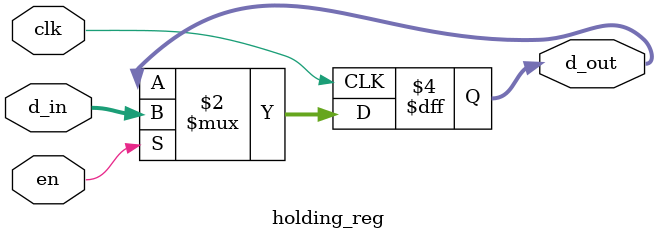
<source format=sv>
module packet_rcv(
	input clk,rst_n,	// clock and asynch active low reset
	input RX,			// receive input line
	output pckt_rdy,	// indicates packet is ready
	output [23:0] pckt
);

	//////////////////////////////////////////////
	// Declare any needed internal signals
	////////////////////////////////////////
	wire byte_rdy;
	wire en_high,en_low;
	wire [7:0] data;

	/////////////////////////////////////////////
	// Instantiate State Machine //
	//////////////////////////////
	packet_SM iSM(.clk(clk),.rst_n(rst_n),.byte_rdy(byte_rdy),
	              .en_high(en_high),.en_low(en_low),.pckt_rdy(pckt_rdy));
				  
	////////////////////////////////////
	// Instantiate holding registers //
	//////////////////////////////////
	holding_reg iHIGH(.clk(clk), .en(en_high), .d_in(data), .d_out(pckt[23:16]));
	holding_reg iLOW(.clk(clk), .en(en_low), .d_in(data), .d_out(pckt[15:8]));
	assign pckt[7:0] = data;
	
	////////////////////////////////
	// Instantiate manchester_RX //
	//////////////////////////////
    manchester_RX iRX(.clk(clk),.rst_n(rst_n),.RX(RX),.data(data),.rdy(byte_rdy));

endmodule


/////////////////////////////////////////
// Implement holding_reg in same file //
///////////////////////////////////////
module holding_reg(clk,en,d_in,d_out);
  input clk,en;
  input [7:0] d_in;
  output reg [7:0] d_out;

  always_ff @(posedge clk)
    if (en)
      d_out <= d_in;

endmodule	  
				  
</source>
